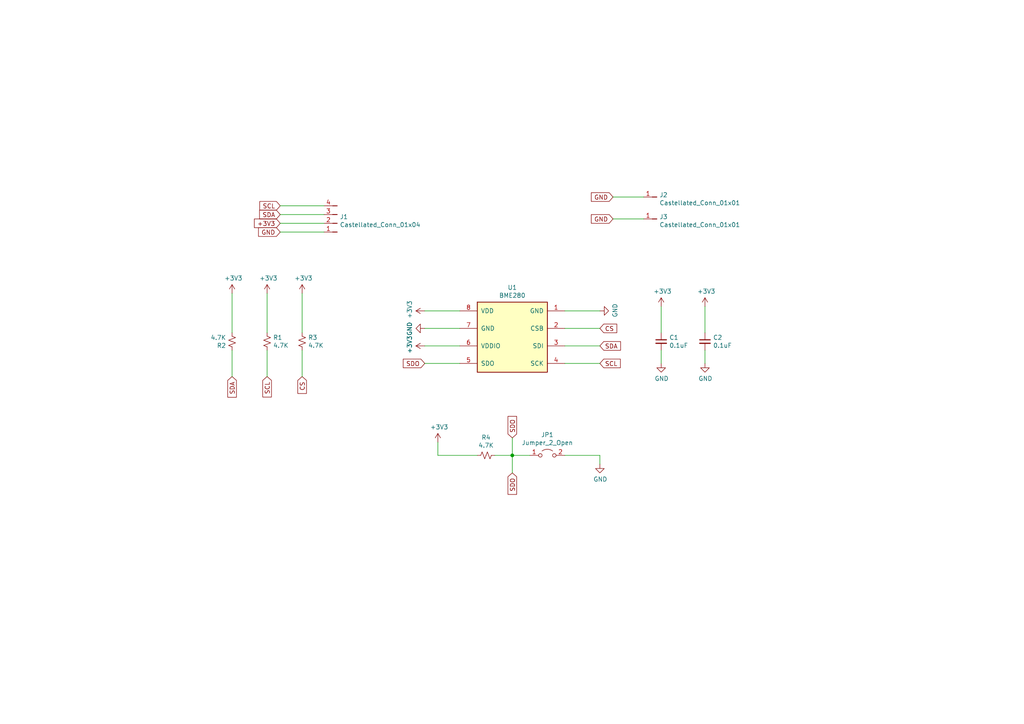
<source format=kicad_sch>
(kicad_sch (version 20211123) (generator eeschema)

  (uuid 1d81f9ac-4484-4ebf-83e8-7de0cb40f383)

  (paper "A4")

  (title_block
    (title "BME280 Breakout Board")
    (date "2021-10-10")
    (rev "03")
    (company "Destination SPACE Inc.")
    (comment 1 "Drawn by: Austin Gleydura")
    (comment 2 "Status: PROTOTYPE")
    (comment 3 "(c) Destination SPACE Inc. 2021")
    (comment 4 "Licensed under CERN OHLv2 - Permissive")
  )

  (lib_symbols
    (symbol "DS-connectors:Castellated_Conn_01x01" (pin_names (offset 1.016)) (in_bom yes) (on_board yes)
      (property "Reference" "J" (id 0) (at 0 0 0)
        (effects (font (size 1.27 1.27)))
      )
      (property "Value" "DS-connectors_Castellated_Conn_01x01" (id 1) (at 0 0 0)
        (effects (font (size 1.27 1.27)))
      )
      (property "Footprint" "" (id 2) (at 0 0 0)
        (effects (font (size 1.27 1.27)) hide)
      )
      (property "Datasheet" "" (id 3) (at 0 0 0)
        (effects (font (size 1.27 1.27)) hide)
      )
      (symbol "Castellated_Conn_01x01_1_1"
        (polyline
          (pts
            (xy 1.27 -3.81)
            (xy 0 -3.81)
          )
          (stroke (width 0.254) (type default) (color 0 0 0 0))
          (fill (type none))
        )
        (pin passive line (at 3.81 -3.81 180) (length 2.54)
          (name "~" (effects (font (size 1.27 1.27))))
          (number "1" (effects (font (size 1.27 1.27))))
        )
      )
    )
    (symbol "DS-connectors:Castellated_Conn_01x04" (pin_names (offset 1.016)) (in_bom yes) (on_board yes)
      (property "Reference" "J" (id 0) (at 0 0 0)
        (effects (font (size 1.27 1.27)))
      )
      (property "Value" "DS-connectors_Castellated_Conn_01x04" (id 1) (at 0 -11.43 0)
        (effects (font (size 1.27 1.27)))
      )
      (property "Footprint" "" (id 2) (at 0 0 0)
        (effects (font (size 1.27 1.27)) hide)
      )
      (property "Datasheet" "" (id 3) (at 0 0 0)
        (effects (font (size 1.27 1.27)) hide)
      )
      (symbol "Castellated_Conn_01x04_0_1"
        (polyline
          (pts
            (xy 1.27 -1.27)
            (xy 0 -1.27)
          )
          (stroke (width 0.254) (type default) (color 0 0 0 0))
          (fill (type none))
        )
      )
      (symbol "Castellated_Conn_01x04_1_1"
        (polyline
          (pts
            (xy 1.27 -8.89)
            (xy 0 -8.89)
          )
          (stroke (width 0.254) (type default) (color 0 0 0 0))
          (fill (type none))
        )
        (polyline
          (pts
            (xy 1.27 -6.35)
            (xy 0 -6.35)
          )
          (stroke (width 0.254) (type default) (color 0 0 0 0))
          (fill (type none))
        )
        (polyline
          (pts
            (xy 1.27 -3.81)
            (xy 0 -3.81)
          )
          (stroke (width 0.254) (type default) (color 0 0 0 0))
          (fill (type none))
        )
        (pin passive line (at 3.81 -1.27 180) (length 2.54)
          (name "~" (effects (font (size 1.27 1.27))))
          (number "1" (effects (font (size 1.27 1.27))))
        )
        (pin passive line (at 3.81 -3.81 180) (length 2.54)
          (name "~" (effects (font (size 1.27 1.27))))
          (number "2" (effects (font (size 1.27 1.27))))
        )
        (pin passive line (at 3.81 -6.35 180) (length 2.54)
          (name "~" (effects (font (size 1.27 1.27))))
          (number "3" (effects (font (size 1.27 1.27))))
        )
        (pin passive line (at 3.81 -8.89 180) (length 2.54)
          (name "~" (effects (font (size 1.27 1.27))))
          (number "4" (effects (font (size 1.27 1.27))))
        )
      )
    )
    (symbol "DS-sensors:BME280" (pin_names (offset 1.016)) (in_bom yes) (on_board yes)
      (property "Reference" "U" (id 0) (at 0 -22.86 0)
        (effects (font (size 1.27 1.27)))
      )
      (property "Value" "DS-sensors_BME280" (id 1) (at 0 0 0)
        (effects (font (size 1.27 1.27)))
      )
      (property "Footprint" "" (id 2) (at 0 -22.86 0)
        (effects (font (size 1.27 1.27)) hide)
      )
      (property "Datasheet" "" (id 3) (at 0 -22.86 0)
        (effects (font (size 1.27 1.27)) hide)
      )
      (symbol "BME280_1_1"
        (rectangle (start -10.16 -1.27) (end 10.16 -21.59)
          (stroke (width 0.254) (type default) (color 0 0 0 0))
          (fill (type background))
        )
        (pin power_in line (at 15.24 -3.81 180) (length 5.08)
          (name "GND" (effects (font (size 1.27 1.27))))
          (number "1" (effects (font (size 1.27 1.27))))
        )
        (pin input line (at 15.24 -8.89 180) (length 5.08)
          (name "CSB" (effects (font (size 1.27 1.27))))
          (number "2" (effects (font (size 1.27 1.27))))
        )
        (pin bidirectional line (at 15.24 -13.97 180) (length 5.08)
          (name "SDI" (effects (font (size 1.27 1.27))))
          (number "3" (effects (font (size 1.27 1.27))))
        )
        (pin input line (at 15.24 -19.05 180) (length 5.08)
          (name "SCK" (effects (font (size 1.27 1.27))))
          (number "4" (effects (font (size 1.27 1.27))))
        )
        (pin bidirectional line (at -15.24 -19.05 0) (length 5.08)
          (name "SDO" (effects (font (size 1.27 1.27))))
          (number "5" (effects (font (size 1.27 1.27))))
        )
        (pin power_in line (at -15.24 -13.97 0) (length 5.08)
          (name "VDDIO" (effects (font (size 1.27 1.27))))
          (number "6" (effects (font (size 1.27 1.27))))
        )
        (pin power_in line (at -15.24 -8.89 0) (length 5.08)
          (name "GND" (effects (font (size 1.27 1.27))))
          (number "7" (effects (font (size 1.27 1.27))))
        )
        (pin power_in line (at -15.24 -3.81 0) (length 5.08)
          (name "VDD" (effects (font (size 1.27 1.27))))
          (number "8" (effects (font (size 1.27 1.27))))
        )
      )
    )
    (symbol "Device:C_Small" (pin_numbers hide) (pin_names (offset 0.254) hide) (in_bom yes) (on_board yes)
      (property "Reference" "C" (id 0) (at 0.254 1.778 0)
        (effects (font (size 1.27 1.27)) (justify left))
      )
      (property "Value" "C_Small" (id 1) (at 0.254 -2.032 0)
        (effects (font (size 1.27 1.27)) (justify left))
      )
      (property "Footprint" "" (id 2) (at 0 0 0)
        (effects (font (size 1.27 1.27)) hide)
      )
      (property "Datasheet" "~" (id 3) (at 0 0 0)
        (effects (font (size 1.27 1.27)) hide)
      )
      (property "ki_keywords" "capacitor cap" (id 4) (at 0 0 0)
        (effects (font (size 1.27 1.27)) hide)
      )
      (property "ki_description" "Unpolarized capacitor, small symbol" (id 5) (at 0 0 0)
        (effects (font (size 1.27 1.27)) hide)
      )
      (property "ki_fp_filters" "C_*" (id 6) (at 0 0 0)
        (effects (font (size 1.27 1.27)) hide)
      )
      (symbol "C_Small_0_1"
        (polyline
          (pts
            (xy -1.524 -0.508)
            (xy 1.524 -0.508)
          )
          (stroke (width 0.3302) (type default) (color 0 0 0 0))
          (fill (type none))
        )
        (polyline
          (pts
            (xy -1.524 0.508)
            (xy 1.524 0.508)
          )
          (stroke (width 0.3048) (type default) (color 0 0 0 0))
          (fill (type none))
        )
      )
      (symbol "C_Small_1_1"
        (pin passive line (at 0 2.54 270) (length 2.032)
          (name "~" (effects (font (size 1.27 1.27))))
          (number "1" (effects (font (size 1.27 1.27))))
        )
        (pin passive line (at 0 -2.54 90) (length 2.032)
          (name "~" (effects (font (size 1.27 1.27))))
          (number "2" (effects (font (size 1.27 1.27))))
        )
      )
    )
    (symbol "Device:R_Small_US" (pin_numbers hide) (pin_names (offset 0.254) hide) (in_bom yes) (on_board yes)
      (property "Reference" "R" (id 0) (at 0.762 0.508 0)
        (effects (font (size 1.27 1.27)) (justify left))
      )
      (property "Value" "R_Small_US" (id 1) (at 0.762 -1.016 0)
        (effects (font (size 1.27 1.27)) (justify left))
      )
      (property "Footprint" "" (id 2) (at 0 0 0)
        (effects (font (size 1.27 1.27)) hide)
      )
      (property "Datasheet" "~" (id 3) (at 0 0 0)
        (effects (font (size 1.27 1.27)) hide)
      )
      (property "ki_keywords" "r resistor" (id 4) (at 0 0 0)
        (effects (font (size 1.27 1.27)) hide)
      )
      (property "ki_description" "Resistor, small US symbol" (id 5) (at 0 0 0)
        (effects (font (size 1.27 1.27)) hide)
      )
      (property "ki_fp_filters" "R_*" (id 6) (at 0 0 0)
        (effects (font (size 1.27 1.27)) hide)
      )
      (symbol "R_Small_US_1_1"
        (polyline
          (pts
            (xy 0 0)
            (xy 1.016 -0.381)
            (xy 0 -0.762)
            (xy -1.016 -1.143)
            (xy 0 -1.524)
          )
          (stroke (width 0) (type default) (color 0 0 0 0))
          (fill (type none))
        )
        (polyline
          (pts
            (xy 0 1.524)
            (xy 1.016 1.143)
            (xy 0 0.762)
            (xy -1.016 0.381)
            (xy 0 0)
          )
          (stroke (width 0) (type default) (color 0 0 0 0))
          (fill (type none))
        )
        (pin passive line (at 0 2.54 270) (length 1.016)
          (name "~" (effects (font (size 1.27 1.27))))
          (number "1" (effects (font (size 1.27 1.27))))
        )
        (pin passive line (at 0 -2.54 90) (length 1.016)
          (name "~" (effects (font (size 1.27 1.27))))
          (number "2" (effects (font (size 1.27 1.27))))
        )
      )
    )
    (symbol "Jumper:Jumper_2_Open" (pin_names (offset 0) hide) (in_bom yes) (on_board yes)
      (property "Reference" "JP" (id 0) (at 0 2.794 0)
        (effects (font (size 1.27 1.27)))
      )
      (property "Value" "Jumper_2_Open" (id 1) (at 0 -2.286 0)
        (effects (font (size 1.27 1.27)))
      )
      (property "Footprint" "" (id 2) (at 0 0 0)
        (effects (font (size 1.27 1.27)) hide)
      )
      (property "Datasheet" "~" (id 3) (at 0 0 0)
        (effects (font (size 1.27 1.27)) hide)
      )
      (property "ki_keywords" "Jumper SPST" (id 4) (at 0 0 0)
        (effects (font (size 1.27 1.27)) hide)
      )
      (property "ki_description" "Jumper, 2-pole, open" (id 5) (at 0 0 0)
        (effects (font (size 1.27 1.27)) hide)
      )
      (property "ki_fp_filters" "Jumper* TestPoint*2Pads* TestPoint*Bridge*" (id 6) (at 0 0 0)
        (effects (font (size 1.27 1.27)) hide)
      )
      (symbol "Jumper_2_Open_0_0"
        (circle (center -2.032 0) (radius 0.508)
          (stroke (width 0) (type default) (color 0 0 0 0))
          (fill (type none))
        )
        (circle (center 2.032 0) (radius 0.508)
          (stroke (width 0) (type default) (color 0 0 0 0))
          (fill (type none))
        )
      )
      (symbol "Jumper_2_Open_0_1"
        (arc (start 1.524 1.27) (mid 0 1.778) (end -1.524 1.27)
          (stroke (width 0) (type default) (color 0 0 0 0))
          (fill (type none))
        )
      )
      (symbol "Jumper_2_Open_1_1"
        (pin passive line (at -5.08 0 0) (length 2.54)
          (name "A" (effects (font (size 1.27 1.27))))
          (number "1" (effects (font (size 1.27 1.27))))
        )
        (pin passive line (at 5.08 0 180) (length 2.54)
          (name "B" (effects (font (size 1.27 1.27))))
          (number "2" (effects (font (size 1.27 1.27))))
        )
      )
    )
    (symbol "power:+3V3" (power) (pin_names (offset 0)) (in_bom yes) (on_board yes)
      (property "Reference" "#PWR" (id 0) (at 0 -3.81 0)
        (effects (font (size 1.27 1.27)) hide)
      )
      (property "Value" "+3V3" (id 1) (at 0 3.556 0)
        (effects (font (size 1.27 1.27)))
      )
      (property "Footprint" "" (id 2) (at 0 0 0)
        (effects (font (size 1.27 1.27)) hide)
      )
      (property "Datasheet" "" (id 3) (at 0 0 0)
        (effects (font (size 1.27 1.27)) hide)
      )
      (property "ki_keywords" "power-flag" (id 4) (at 0 0 0)
        (effects (font (size 1.27 1.27)) hide)
      )
      (property "ki_description" "Power symbol creates a global label with name \"+3V3\"" (id 5) (at 0 0 0)
        (effects (font (size 1.27 1.27)) hide)
      )
      (symbol "+3V3_0_1"
        (polyline
          (pts
            (xy -0.762 1.27)
            (xy 0 2.54)
          )
          (stroke (width 0) (type default) (color 0 0 0 0))
          (fill (type none))
        )
        (polyline
          (pts
            (xy 0 0)
            (xy 0 2.54)
          )
          (stroke (width 0) (type default) (color 0 0 0 0))
          (fill (type none))
        )
        (polyline
          (pts
            (xy 0 2.54)
            (xy 0.762 1.27)
          )
          (stroke (width 0) (type default) (color 0 0 0 0))
          (fill (type none))
        )
      )
      (symbol "+3V3_1_1"
        (pin power_in line (at 0 0 90) (length 0) hide
          (name "+3V3" (effects (font (size 1.27 1.27))))
          (number "1" (effects (font (size 1.27 1.27))))
        )
      )
    )
    (symbol "power:GND" (power) (pin_names (offset 0)) (in_bom yes) (on_board yes)
      (property "Reference" "#PWR" (id 0) (at 0 -6.35 0)
        (effects (font (size 1.27 1.27)) hide)
      )
      (property "Value" "GND" (id 1) (at 0 -3.81 0)
        (effects (font (size 1.27 1.27)))
      )
      (property "Footprint" "" (id 2) (at 0 0 0)
        (effects (font (size 1.27 1.27)) hide)
      )
      (property "Datasheet" "" (id 3) (at 0 0 0)
        (effects (font (size 1.27 1.27)) hide)
      )
      (property "ki_keywords" "power-flag" (id 4) (at 0 0 0)
        (effects (font (size 1.27 1.27)) hide)
      )
      (property "ki_description" "Power symbol creates a global label with name \"GND\" , ground" (id 5) (at 0 0 0)
        (effects (font (size 1.27 1.27)) hide)
      )
      (symbol "GND_0_1"
        (polyline
          (pts
            (xy 0 0)
            (xy 0 -1.27)
            (xy 1.27 -1.27)
            (xy 0 -2.54)
            (xy -1.27 -1.27)
            (xy 0 -1.27)
          )
          (stroke (width 0) (type default) (color 0 0 0 0))
          (fill (type none))
        )
      )
      (symbol "GND_1_1"
        (pin power_in line (at 0 0 270) (length 0) hide
          (name "GND" (effects (font (size 1.27 1.27))))
          (number "1" (effects (font (size 1.27 1.27))))
        )
      )
    )
  )

  (junction (at 148.59 132.08) (diameter 0) (color 0 0 0 0)
    (uuid 21c68380-a80d-4471-9923-d543922a628d)
  )

  (wire (pts (xy 87.63 96.52) (xy 87.63 85.09))
    (stroke (width 0) (type default) (color 0 0 0 0))
    (uuid 01549773-48fb-4bfa-b305-cbed8889ae52)
  )
  (wire (pts (xy 191.77 101.6) (xy 191.77 105.41))
    (stroke (width 0) (type default) (color 0 0 0 0))
    (uuid 07bf530b-109d-459c-8312-aa6a684aec40)
  )
  (wire (pts (xy 163.83 100.33) (xy 173.99 100.33))
    (stroke (width 0) (type default) (color 0 0 0 0))
    (uuid 1a146c4d-05da-4d1e-959a-bd8473893fc8)
  )
  (wire (pts (xy 81.28 64.77) (xy 93.98 64.77))
    (stroke (width 0) (type default) (color 0 0 0 0))
    (uuid 1c1e0d5c-830f-474f-a81a-b4415ae4489e)
  )
  (wire (pts (xy 77.47 109.22) (xy 77.47 101.6))
    (stroke (width 0) (type default) (color 0 0 0 0))
    (uuid 1f7b2375-f101-4156-b489-2943ece797e5)
  )
  (wire (pts (xy 133.35 100.33) (xy 123.19 100.33))
    (stroke (width 0) (type default) (color 0 0 0 0))
    (uuid 25329de1-aee4-4830-8b44-b75dc790f729)
  )
  (wire (pts (xy 143.51 132.08) (xy 148.59 132.08))
    (stroke (width 0) (type default) (color 0 0 0 0))
    (uuid 581e088f-6980-477d-ab85-536c5503921d)
  )
  (wire (pts (xy 191.77 88.9) (xy 191.77 96.52))
    (stroke (width 0) (type default) (color 0 0 0 0))
    (uuid 58d5b165-a92e-4dca-a3ea-68351d486a15)
  )
  (wire (pts (xy 93.98 67.31) (xy 81.28 67.31))
    (stroke (width 0) (type default) (color 0 0 0 0))
    (uuid 5e39346e-3acf-472d-807d-ec92c0da7e7b)
  )
  (wire (pts (xy 123.19 95.25) (xy 133.35 95.25))
    (stroke (width 0) (type default) (color 0 0 0 0))
    (uuid 602b80ee-ad01-4b4a-97f5-0544959c82f8)
  )
  (wire (pts (xy 133.35 105.41) (xy 123.19 105.41))
    (stroke (width 0) (type default) (color 0 0 0 0))
    (uuid 65d756c3-e7b8-456b-83b1-450148516ed5)
  )
  (wire (pts (xy 177.8 63.5) (xy 186.69 63.5))
    (stroke (width 0) (type default) (color 0 0 0 0))
    (uuid 66aa4bf5-28a5-45b7-95b2-d7b395d97e07)
  )
  (wire (pts (xy 67.31 109.22) (xy 67.31 101.6))
    (stroke (width 0) (type default) (color 0 0 0 0))
    (uuid 68551524-5d23-4a54-a0a7-07cbb43d361d)
  )
  (wire (pts (xy 163.83 90.17) (xy 173.99 90.17))
    (stroke (width 0) (type default) (color 0 0 0 0))
    (uuid 69bd3c7c-d522-496f-ae07-21a5db4716c0)
  )
  (wire (pts (xy 163.83 95.25) (xy 173.99 95.25))
    (stroke (width 0) (type default) (color 0 0 0 0))
    (uuid 6c5bb450-0eb6-447c-ac87-49487a6566e7)
  )
  (wire (pts (xy 81.28 59.69) (xy 93.98 59.69))
    (stroke (width 0) (type default) (color 0 0 0 0))
    (uuid 74371534-71b9-4b1f-a081-52e37c6987d6)
  )
  (wire (pts (xy 173.99 132.08) (xy 173.99 134.62))
    (stroke (width 0) (type default) (color 0 0 0 0))
    (uuid 8eda4182-2203-4858-a974-e2cf1e7c4518)
  )
  (wire (pts (xy 163.83 132.08) (xy 173.99 132.08))
    (stroke (width 0) (type default) (color 0 0 0 0))
    (uuid 96b8d77a-fc8b-47f4-8f22-b4fc49b5a4b6)
  )
  (wire (pts (xy 163.83 105.41) (xy 173.99 105.41))
    (stroke (width 0) (type default) (color 0 0 0 0))
    (uuid 9f2b95d8-1947-4c2e-a891-b114c1fbccf2)
  )
  (wire (pts (xy 186.69 57.15) (xy 177.8 57.15))
    (stroke (width 0) (type default) (color 0 0 0 0))
    (uuid a24ee06a-baf7-41f9-b68b-68d628a603ad)
  )
  (wire (pts (xy 127 132.08) (xy 138.43 132.08))
    (stroke (width 0) (type default) (color 0 0 0 0))
    (uuid a29381ec-3a8d-4a7d-a740-56218aa23ad7)
  )
  (wire (pts (xy 148.59 132.08) (xy 153.67 132.08))
    (stroke (width 0) (type default) (color 0 0 0 0))
    (uuid a613688b-af96-40f1-8cff-d00d11843502)
  )
  (wire (pts (xy 133.35 90.17) (xy 123.19 90.17))
    (stroke (width 0) (type default) (color 0 0 0 0))
    (uuid a65356e9-9331-42ca-aeed-939a5d0f58cf)
  )
  (wire (pts (xy 148.59 137.16) (xy 148.59 132.08))
    (stroke (width 0) (type default) (color 0 0 0 0))
    (uuid a9696e43-3f81-4aa9-901f-150c6a0da3d7)
  )
  (wire (pts (xy 127 128.27) (xy 127 132.08))
    (stroke (width 0) (type default) (color 0 0 0 0))
    (uuid a9cc9122-0c5d-492f-a732-d8fe9ef5c243)
  )
  (wire (pts (xy 93.98 62.23) (xy 81.28 62.23))
    (stroke (width 0) (type default) (color 0 0 0 0))
    (uuid ad82b839-ecb5-4e6f-81c5-adb6d2704a59)
  )
  (wire (pts (xy 77.47 96.52) (xy 77.47 85.09))
    (stroke (width 0) (type default) (color 0 0 0 0))
    (uuid aee9165e-6cb5-4bc0-b0f5-afe62af6760b)
  )
  (wire (pts (xy 204.47 101.6) (xy 204.47 105.41))
    (stroke (width 0) (type default) (color 0 0 0 0))
    (uuid d798ac97-4344-4dfa-8632-bb28b6283358)
  )
  (wire (pts (xy 87.63 109.22) (xy 87.63 101.6))
    (stroke (width 0) (type default) (color 0 0 0 0))
    (uuid de8a0f80-4694-4215-a4c7-c16e58e1df35)
  )
  (wire (pts (xy 148.59 127) (xy 148.59 132.08))
    (stroke (width 0) (type default) (color 0 0 0 0))
    (uuid dfc65c14-f0e2-400f-a000-10350ef61738)
  )
  (wire (pts (xy 67.31 96.52) (xy 67.31 85.09))
    (stroke (width 0) (type default) (color 0 0 0 0))
    (uuid e7eab457-4e1f-4163-9ff2-c4427bbb7b5b)
  )
  (wire (pts (xy 204.47 88.9) (xy 204.47 96.52))
    (stroke (width 0) (type default) (color 0 0 0 0))
    (uuid ecba0b1f-9751-4d4b-ad89-2b58f9d28710)
  )

  (global_label "SDA" (shape input) (at 173.99 100.33 0) (fields_autoplaced)
    (effects (font (size 1.27 1.27)) (justify left))
    (uuid 0661d9e7-9725-45e0-99b3-6e9764bee718)
    (property "Intersheet References" "${INTERSHEET_REFS}" (id 0) (at 0 0 0)
      (effects (font (size 1.27 1.27)) hide)
    )
  )
  (global_label "CS" (shape input) (at 87.63 109.22 270) (fields_autoplaced)
    (effects (font (size 1.27 1.27)) (justify right))
    (uuid 15dfcb76-4d82-4b3e-ae78-f2f0050e6210)
    (property "Intersheet References" "${INTERSHEET_REFS}" (id 0) (at 0 0 0)
      (effects (font (size 1.27 1.27)) hide)
    )
  )
  (global_label "SCL" (shape input) (at 81.28 59.69 180) (fields_autoplaced)
    (effects (font (size 1.27 1.27)) (justify right))
    (uuid 188c27d2-62ec-4a2c-a69b-eeb0928b4dd0)
    (property "Intersheet References" "${INTERSHEET_REFS}" (id 0) (at 0 0 0)
      (effects (font (size 1.27 1.27)) hide)
    )
  )
  (global_label "SDO" (shape input) (at 148.59 137.16 270) (fields_autoplaced)
    (effects (font (size 1.27 1.27)) (justify right))
    (uuid 193c1f83-d172-4fc4-8c9f-e569e47229fa)
    (property "Intersheet References" "${INTERSHEET_REFS}" (id 0) (at 0 0 0)
      (effects (font (size 1.27 1.27)) hide)
    )
  )
  (global_label "+3V3" (shape input) (at 81.28 64.77 180) (fields_autoplaced)
    (effects (font (size 1.27 1.27)) (justify right))
    (uuid 26d7aa2f-767c-4a84-8b03-f245a2ac4c80)
    (property "Intersheet References" "${INTERSHEET_REFS}" (id 0) (at 0 0 0)
      (effects (font (size 1.27 1.27)) hide)
    )
  )
  (global_label "CS" (shape input) (at 173.99 95.25 0) (fields_autoplaced)
    (effects (font (size 1.27 1.27)) (justify left))
    (uuid 27de6b27-0014-4408-81a9-25c2d6b88f2b)
    (property "Intersheet References" "${INTERSHEET_REFS}" (id 0) (at 0 0 0)
      (effects (font (size 1.27 1.27)) hide)
    )
  )
  (global_label "SDA" (shape input) (at 67.31 109.22 270) (fields_autoplaced)
    (effects (font (size 1.27 1.27)) (justify right))
    (uuid 2d425aaf-6786-4116-9798-40fb7ef65982)
    (property "Intersheet References" "${INTERSHEET_REFS}" (id 0) (at 0 0 0)
      (effects (font (size 1.27 1.27)) hide)
    )
  )
  (global_label "SCL" (shape input) (at 173.99 105.41 0) (fields_autoplaced)
    (effects (font (size 1.27 1.27)) (justify left))
    (uuid 4410c1ad-af6c-48e4-9848-1b1360883095)
    (property "Intersheet References" "${INTERSHEET_REFS}" (id 0) (at 0 0 0)
      (effects (font (size 1.27 1.27)) hide)
    )
  )
  (global_label "SDO" (shape input) (at 123.19 105.41 180) (fields_autoplaced)
    (effects (font (size 1.27 1.27)) (justify right))
    (uuid 65468f38-40df-4029-89c2-dcb526897328)
    (property "Intersheet References" "${INTERSHEET_REFS}" (id 0) (at 0 0 0)
      (effects (font (size 1.27 1.27)) hide)
    )
  )
  (global_label "SDA" (shape input) (at 81.28 62.23 180) (fields_autoplaced)
    (effects (font (size 1.27 1.27)) (justify right))
    (uuid 768d37e3-06f3-4226-8752-5d601d711246)
    (property "Intersheet References" "${INTERSHEET_REFS}" (id 0) (at 0 0 0)
      (effects (font (size 1.27 1.27)) hide)
    )
  )
  (global_label "GND" (shape input) (at 177.8 63.5 180) (fields_autoplaced)
    (effects (font (size 1.27 1.27)) (justify right))
    (uuid 818f73db-f10a-45b0-8d8f-84a22d1c7dc2)
    (property "Intersheet References" "${INTERSHEET_REFS}" (id 0) (at 0 0 0)
      (effects (font (size 1.27 1.27)) hide)
    )
  )
  (global_label "GND" (shape input) (at 81.28 67.31 180) (fields_autoplaced)
    (effects (font (size 1.27 1.27)) (justify right))
    (uuid 8ac6c044-1d65-4e53-98c3-3304aeb04370)
    (property "Intersheet References" "${INTERSHEET_REFS}" (id 0) (at 0 0 0)
      (effects (font (size 1.27 1.27)) hide)
    )
  )
  (global_label "GND" (shape input) (at 177.8 57.15 180) (fields_autoplaced)
    (effects (font (size 1.27 1.27)) (justify right))
    (uuid 96dcea8d-9504-492e-96eb-f530b38f3860)
    (property "Intersheet References" "${INTERSHEET_REFS}" (id 0) (at 0 0 0)
      (effects (font (size 1.27 1.27)) hide)
    )
  )
  (global_label "SDO" (shape input) (at 148.59 127 90) (fields_autoplaced)
    (effects (font (size 1.27 1.27)) (justify left))
    (uuid 9c18a65d-0f14-47ad-b910-ca7f2227d0e9)
    (property "Intersheet References" "${INTERSHEET_REFS}" (id 0) (at 0 0 0)
      (effects (font (size 1.27 1.27)) hide)
    )
  )
  (global_label "SCL" (shape input) (at 77.47 109.22 270) (fields_autoplaced)
    (effects (font (size 1.27 1.27)) (justify right))
    (uuid f7039b87-20a9-4aeb-a22d-eca63cdec9b4)
    (property "Intersheet References" "${INTERSHEET_REFS}" (id 0) (at 0 0 0)
      (effects (font (size 1.27 1.27)) hide)
    )
  )

  (symbol (lib_id "power:+3V3") (at 123.19 100.33 90) (unit 1)
    (in_bom yes) (on_board yes)
    (uuid 00000000-0000-0000-0000-0000613a47b3)
    (property "Reference" "#PWR0101" (id 0) (at 127 100.33 0)
      (effects (font (size 1.27 1.27)) hide)
    )
    (property "Value" "+3V3" (id 1) (at 118.7958 99.949 0))
    (property "Footprint" "" (id 2) (at 123.19 100.33 0)
      (effects (font (size 1.27 1.27)) hide)
    )
    (property "Datasheet" "" (id 3) (at 123.19 100.33 0)
      (effects (font (size 1.27 1.27)) hide)
    )
    (pin "1" (uuid 210013bf-6406-44cc-a685-766765aa871b))
  )

  (symbol (lib_id "power:GND") (at 123.19 95.25 270) (unit 1)
    (in_bom yes) (on_board yes)
    (uuid 00000000-0000-0000-0000-0000613a5b0e)
    (property "Reference" "#PWR0102" (id 0) (at 116.84 95.25 0)
      (effects (font (size 1.27 1.27)) hide)
    )
    (property "Value" "GND" (id 1) (at 118.7958 95.377 0))
    (property "Footprint" "" (id 2) (at 123.19 95.25 0)
      (effects (font (size 1.27 1.27)) hide)
    )
    (property "Datasheet" "" (id 3) (at 123.19 95.25 0)
      (effects (font (size 1.27 1.27)) hide)
    )
    (pin "1" (uuid b0d8fb83-15fd-49e3-ba05-dd9632967dd8))
  )

  (symbol (lib_id "Device:C_Small") (at 191.77 99.06 0) (unit 1)
    (in_bom yes) (on_board yes)
    (uuid 00000000-0000-0000-0000-0000613b23e2)
    (property "Reference" "C1" (id 0) (at 194.1068 97.8916 0)
      (effects (font (size 1.27 1.27)) (justify left))
    )
    (property "Value" "0.1uF" (id 1) (at 194.1068 100.203 0)
      (effects (font (size 1.27 1.27)) (justify left))
    )
    (property "Footprint" "Capacitor_SMD:C_0805_2012Metric" (id 2) (at 191.77 99.06 0)
      (effects (font (size 1.27 1.27)) hide)
    )
    (property "Datasheet" "~" (id 3) (at 191.77 99.06 0)
      (effects (font (size 1.27 1.27)) hide)
    )
    (pin "1" (uuid 5de4714b-ba2d-4187-bb1c-0c8fe246be5c))
    (pin "2" (uuid 6d3f8560-f792-46f2-8d92-a99a59b2b7ec))
  )

  (symbol (lib_id "power:+3V3") (at 191.77 88.9 0) (unit 1)
    (in_bom yes) (on_board yes)
    (uuid 00000000-0000-0000-0000-0000613b3c90)
    (property "Reference" "#PWR0105" (id 0) (at 191.77 92.71 0)
      (effects (font (size 1.27 1.27)) hide)
    )
    (property "Value" "+3V3" (id 1) (at 192.151 84.5058 0))
    (property "Footprint" "" (id 2) (at 191.77 88.9 0)
      (effects (font (size 1.27 1.27)) hide)
    )
    (property "Datasheet" "" (id 3) (at 191.77 88.9 0)
      (effects (font (size 1.27 1.27)) hide)
    )
    (pin "1" (uuid 8f78425c-ac3c-47dc-b959-24850d3cd97c))
  )

  (symbol (lib_id "power:GND") (at 191.77 105.41 0) (unit 1)
    (in_bom yes) (on_board yes)
    (uuid 00000000-0000-0000-0000-0000613b4b3b)
    (property "Reference" "#PWR0106" (id 0) (at 191.77 111.76 0)
      (effects (font (size 1.27 1.27)) hide)
    )
    (property "Value" "GND" (id 1) (at 191.897 109.8042 0))
    (property "Footprint" "" (id 2) (at 191.77 105.41 0)
      (effects (font (size 1.27 1.27)) hide)
    )
    (property "Datasheet" "" (id 3) (at 191.77 105.41 0)
      (effects (font (size 1.27 1.27)) hide)
    )
    (pin "1" (uuid f8d1576f-fc85-4227-a9f4-84cf671342d4))
  )

  (symbol (lib_id "power:GND") (at 204.47 105.41 0) (unit 1)
    (in_bom yes) (on_board yes)
    (uuid 00000000-0000-0000-0000-0000613b87e3)
    (property "Reference" "#PWR0107" (id 0) (at 204.47 111.76 0)
      (effects (font (size 1.27 1.27)) hide)
    )
    (property "Value" "GND" (id 1) (at 204.597 109.8042 0))
    (property "Footprint" "" (id 2) (at 204.47 105.41 0)
      (effects (font (size 1.27 1.27)) hide)
    )
    (property "Datasheet" "" (id 3) (at 204.47 105.41 0)
      (effects (font (size 1.27 1.27)) hide)
    )
    (pin "1" (uuid 863fdb68-0d3a-4401-99dd-29376f9c0229))
  )

  (symbol (lib_id "Device:C_Small") (at 204.47 99.06 0) (unit 1)
    (in_bom yes) (on_board yes)
    (uuid 00000000-0000-0000-0000-0000613b92b2)
    (property "Reference" "C2" (id 0) (at 206.8068 97.8916 0)
      (effects (font (size 1.27 1.27)) (justify left))
    )
    (property "Value" "0.1uF" (id 1) (at 206.8068 100.203 0)
      (effects (font (size 1.27 1.27)) (justify left))
    )
    (property "Footprint" "Capacitor_SMD:C_0805_2012Metric" (id 2) (at 204.47 99.06 0)
      (effects (font (size 1.27 1.27)) hide)
    )
    (property "Datasheet" "~" (id 3) (at 204.47 99.06 0)
      (effects (font (size 1.27 1.27)) hide)
    )
    (pin "1" (uuid e5d85871-9ee2-491a-bb59-a3242400eca4))
    (pin "2" (uuid 2b17e378-debe-440d-a3c6-cef2d419799d))
  )

  (symbol (lib_id "power:+3V3") (at 204.47 88.9 0) (unit 1)
    (in_bom yes) (on_board yes)
    (uuid 00000000-0000-0000-0000-0000613ba8f4)
    (property "Reference" "#PWR0108" (id 0) (at 204.47 92.71 0)
      (effects (font (size 1.27 1.27)) hide)
    )
    (property "Value" "+3V3" (id 1) (at 204.851 84.5058 0))
    (property "Footprint" "" (id 2) (at 204.47 88.9 0)
      (effects (font (size 1.27 1.27)) hide)
    )
    (property "Datasheet" "" (id 3) (at 204.47 88.9 0)
      (effects (font (size 1.27 1.27)) hide)
    )
    (pin "1" (uuid 5e7824a9-0072-4fb4-a97e-86401588ad3a))
  )

  (symbol (lib_id "Device:R_Small_US") (at 67.31 99.06 180) (unit 1)
    (in_bom yes) (on_board yes)
    (uuid 00000000-0000-0000-0000-0000613bda13)
    (property "Reference" "R2" (id 0) (at 65.5828 100.2284 0)
      (effects (font (size 1.27 1.27)) (justify left))
    )
    (property "Value" "4.7K" (id 1) (at 65.5828 97.917 0)
      (effects (font (size 1.27 1.27)) (justify left))
    )
    (property "Footprint" "Resistor_SMD:R_0805_2012Metric" (id 2) (at 67.31 99.06 0)
      (effects (font (size 1.27 1.27)) hide)
    )
    (property "Datasheet" "~" (id 3) (at 67.31 99.06 0)
      (effects (font (size 1.27 1.27)) hide)
    )
    (pin "1" (uuid 852f4f24-f0ec-4812-8953-10a1c9ba8b18))
    (pin "2" (uuid 2abbed5d-6a8a-4030-90b5-e8aedf5c430d))
  )

  (symbol (lib_id "Device:R_Small_US") (at 77.47 99.06 0) (unit 1)
    (in_bom yes) (on_board yes)
    (uuid 00000000-0000-0000-0000-0000613c31fc)
    (property "Reference" "R1" (id 0) (at 79.1972 97.8916 0)
      (effects (font (size 1.27 1.27)) (justify left))
    )
    (property "Value" "4.7K" (id 1) (at 79.1972 100.203 0)
      (effects (font (size 1.27 1.27)) (justify left))
    )
    (property "Footprint" "Resistor_SMD:R_0805_2012Metric" (id 2) (at 77.47 99.06 0)
      (effects (font (size 1.27 1.27)) hide)
    )
    (property "Datasheet" "~" (id 3) (at 77.47 99.06 0)
      (effects (font (size 1.27 1.27)) hide)
    )
    (pin "1" (uuid a8597f3c-d18d-40f3-a538-f1974a2d09bd))
    (pin "2" (uuid b8d2415c-f56e-4a89-978d-a2919d2209f5))
  )

  (symbol (lib_id "Device:R_Small_US") (at 87.63 99.06 0) (unit 1)
    (in_bom yes) (on_board yes)
    (uuid 00000000-0000-0000-0000-0000613c7c94)
    (property "Reference" "R3" (id 0) (at 89.3572 97.8916 0)
      (effects (font (size 1.27 1.27)) (justify left))
    )
    (property "Value" "4.7K" (id 1) (at 89.3572 100.203 0)
      (effects (font (size 1.27 1.27)) (justify left))
    )
    (property "Footprint" "Resistor_SMD:R_0805_2012Metric" (id 2) (at 87.63 99.06 0)
      (effects (font (size 1.27 1.27)) hide)
    )
    (property "Datasheet" "~" (id 3) (at 87.63 99.06 0)
      (effects (font (size 1.27 1.27)) hide)
    )
    (pin "1" (uuid 2f16b421-b77d-48e1-81b3-24b7ee54c5bd))
    (pin "2" (uuid fda6fba3-26de-4533-ab37-f87bb8ca8965))
  )

  (symbol (lib_id "power:+3V3") (at 87.63 85.09 0) (unit 1)
    (in_bom yes) (on_board yes)
    (uuid 00000000-0000-0000-0000-0000613c893f)
    (property "Reference" "#PWR0109" (id 0) (at 87.63 88.9 0)
      (effects (font (size 1.27 1.27)) hide)
    )
    (property "Value" "+3V3" (id 1) (at 88.011 80.6958 0))
    (property "Footprint" "" (id 2) (at 87.63 85.09 0)
      (effects (font (size 1.27 1.27)) hide)
    )
    (property "Datasheet" "" (id 3) (at 87.63 85.09 0)
      (effects (font (size 1.27 1.27)) hide)
    )
    (pin "1" (uuid 0cf035fe-7441-41a9-8ecd-8633f9511a86))
  )

  (symbol (lib_id "Jumper:Jumper_2_Open") (at 158.75 132.08 0) (unit 1)
    (in_bom yes) (on_board yes)
    (uuid 00000000-0000-0000-0000-0000613f37ae)
    (property "Reference" "JP1" (id 0) (at 158.75 126.111 0))
    (property "Value" "Jumper_2_Open" (id 1) (at 158.75 128.4224 0))
    (property "Footprint" "Jumper:SolderJumper-2_P1.3mm_Open_TrianglePad1.0x1.5mm" (id 2) (at 158.75 132.08 0)
      (effects (font (size 1.27 1.27)) hide)
    )
    (property "Datasheet" "~" (id 3) (at 158.75 132.08 0)
      (effects (font (size 1.27 1.27)) hide)
    )
    (pin "1" (uuid dee29706-d442-4ee4-95b9-3db6d1df4fb2))
    (pin "2" (uuid c4f0935d-2e39-4377-acd5-ce40dcae6269))
  )

  (symbol (lib_id "power:GND") (at 173.99 134.62 0) (unit 1)
    (in_bom yes) (on_board yes)
    (uuid 00000000-0000-0000-0000-0000613f4c06)
    (property "Reference" "#PWR0115" (id 0) (at 173.99 140.97 0)
      (effects (font (size 1.27 1.27)) hide)
    )
    (property "Value" "GND" (id 1) (at 174.117 139.0142 0))
    (property "Footprint" "" (id 2) (at 173.99 134.62 0)
      (effects (font (size 1.27 1.27)) hide)
    )
    (property "Datasheet" "" (id 3) (at 173.99 134.62 0)
      (effects (font (size 1.27 1.27)) hide)
    )
    (pin "1" (uuid 0bd23f7d-3ca1-42f0-9a3d-95ab3fd6f1e6))
  )

  (symbol (lib_id "Device:R_Small_US") (at 140.97 132.08 270) (unit 1)
    (in_bom yes) (on_board yes)
    (uuid 00000000-0000-0000-0000-0000613f6a0d)
    (property "Reference" "R4" (id 0) (at 140.97 126.873 90))
    (property "Value" "4.7K" (id 1) (at 140.97 129.1844 90))
    (property "Footprint" "Resistor_SMD:R_0805_2012Metric" (id 2) (at 140.97 132.08 0)
      (effects (font (size 1.27 1.27)) hide)
    )
    (property "Datasheet" "~" (id 3) (at 140.97 132.08 0)
      (effects (font (size 1.27 1.27)) hide)
    )
    (pin "1" (uuid 64828568-6688-4d85-9b20-ec10527ca0b2))
    (pin "2" (uuid eb64b7d2-d623-452c-9703-2bb0265ee337))
  )

  (symbol (lib_id "power:+3V3") (at 127 128.27 0) (unit 1)
    (in_bom yes) (on_board yes)
    (uuid 00000000-0000-0000-0000-0000613f85c5)
    (property "Reference" "#PWR0116" (id 0) (at 127 132.08 0)
      (effects (font (size 1.27 1.27)) hide)
    )
    (property "Value" "+3V3" (id 1) (at 127.381 123.8758 0))
    (property "Footprint" "" (id 2) (at 127 128.27 0)
      (effects (font (size 1.27 1.27)) hide)
    )
    (property "Datasheet" "" (id 3) (at 127 128.27 0)
      (effects (font (size 1.27 1.27)) hide)
    )
    (pin "1" (uuid a9cd3466-a93a-4adf-9635-7c95dccaeeec))
  )

  (symbol (lib_id "DS-sensors:BME280") (at 148.59 86.36 0) (unit 1)
    (in_bom yes) (on_board yes)
    (uuid 00000000-0000-0000-0000-000061417363)
    (property "Reference" "U1" (id 0) (at 148.59 83.3882 0))
    (property "Value" "BME280" (id 1) (at 148.59 85.6996 0))
    (property "Footprint" "DS-sensors:Bosch_LGA-8_2.5x2.5mm_P0.65mm_ClockwisePinNumbering" (id 2) (at 148.59 109.22 0)
      (effects (font (size 1.27 1.27)) hide)
    )
    (property "Datasheet" "" (id 3) (at 148.59 109.22 0)
      (effects (font (size 1.27 1.27)) hide)
    )
    (pin "1" (uuid 1af3783e-e102-490c-a8e7-60d5d6441913))
    (pin "2" (uuid 28bc7544-de38-440b-bcb9-9c5464212a88))
    (pin "3" (uuid 03fdbad5-3215-4e28-a41e-25abcf0c1d4d))
    (pin "4" (uuid f4af7cac-0297-411b-a037-c4c7f1bd858f))
    (pin "5" (uuid 9d0d6feb-48e3-4f5e-9be9-e92c030dfc9d))
    (pin "6" (uuid 3ee5e203-0a5e-4ba6-b209-3de0a6dc94f1))
    (pin "7" (uuid f6da9f85-7979-42da-8a43-09d39eb80f16))
    (pin "8" (uuid 98901507-a30f-46c5-82a1-b63397592c35))
  )

  (symbol (lib_id "power:+3V3") (at 123.19 90.17 90) (unit 1)
    (in_bom yes) (on_board yes)
    (uuid 00000000-0000-0000-0000-000061422ac4)
    (property "Reference" "#PWR0103" (id 0) (at 127 90.17 0)
      (effects (font (size 1.27 1.27)) hide)
    )
    (property "Value" "+3V3" (id 1) (at 118.7958 89.789 0))
    (property "Footprint" "" (id 2) (at 123.19 90.17 0)
      (effects (font (size 1.27 1.27)) hide)
    )
    (property "Datasheet" "" (id 3) (at 123.19 90.17 0)
      (effects (font (size 1.27 1.27)) hide)
    )
    (pin "1" (uuid f92f5543-6884-43ca-a733-80d8e8fb1514))
  )

  (symbol (lib_id "power:GND") (at 173.99 90.17 90) (unit 1)
    (in_bom yes) (on_board yes)
    (uuid 00000000-0000-0000-0000-000061425cdf)
    (property "Reference" "#PWR0104" (id 0) (at 180.34 90.17 0)
      (effects (font (size 1.27 1.27)) hide)
    )
    (property "Value" "GND" (id 1) (at 178.3842 90.043 0))
    (property "Footprint" "" (id 2) (at 173.99 90.17 0)
      (effects (font (size 1.27 1.27)) hide)
    )
    (property "Datasheet" "" (id 3) (at 173.99 90.17 0)
      (effects (font (size 1.27 1.27)) hide)
    )
    (pin "1" (uuid d98a7a63-9cfc-47c4-aebd-6845c13f71de))
  )

  (symbol (lib_id "DS-connectors:Castellated_Conn_01x04") (at 97.79 68.58 180) (unit 1)
    (in_bom yes) (on_board yes)
    (uuid 00000000-0000-0000-0000-000061534716)
    (property "Reference" "J1" (id 0) (at 98.552 62.8904 0)
      (effects (font (size 1.27 1.27)) (justify right))
    )
    (property "Value" "Castellated_Conn_01x04" (id 1) (at 98.552 65.2018 0)
      (effects (font (size 1.27 1.27)) (justify right))
    )
    (property "Footprint" "DS-connectors:Castellated_PinHeader_01x04_P2.54mm_Vertical" (id 2) (at 97.79 68.58 0)
      (effects (font (size 1.27 1.27)) hide)
    )
    (property "Datasheet" "" (id 3) (at 97.79 68.58 0)
      (effects (font (size 1.27 1.27)) hide)
    )
    (pin "1" (uuid 3484901f-24fc-4a2a-b0c6-49e8891a7f94))
    (pin "2" (uuid 49dcd950-fbab-4ac5-9a36-86d2c2a0259e))
    (pin "3" (uuid d33e2429-7ac7-4d11-b324-1cd81eedefa8))
    (pin "4" (uuid 84cce8d0-f83b-4f08-af4b-1d62af837a54))
  )

  (symbol (lib_id "power:+3V3") (at 77.47 85.09 0) (unit 1)
    (in_bom yes) (on_board yes)
    (uuid 00000000-0000-0000-0000-00006164bbf3)
    (property "Reference" "#PWR?" (id 0) (at 77.47 88.9 0)
      (effects (font (size 1.27 1.27)) hide)
    )
    (property "Value" "+3V3" (id 1) (at 77.851 80.6958 0))
    (property "Footprint" "" (id 2) (at 77.47 85.09 0)
      (effects (font (size 1.27 1.27)) hide)
    )
    (property "Datasheet" "" (id 3) (at 77.47 85.09 0)
      (effects (font (size 1.27 1.27)) hide)
    )
    (pin "1" (uuid 3f0a7db3-4919-4577-a870-bdb03581b3c1))
  )

  (symbol (lib_id "power:+3V3") (at 67.31 85.09 0) (unit 1)
    (in_bom yes) (on_board yes)
    (uuid 00000000-0000-0000-0000-00006164ca40)
    (property "Reference" "#PWR?" (id 0) (at 67.31 88.9 0)
      (effects (font (size 1.27 1.27)) hide)
    )
    (property "Value" "+3V3" (id 1) (at 67.691 80.6958 0))
    (property "Footprint" "" (id 2) (at 67.31 85.09 0)
      (effects (font (size 1.27 1.27)) hide)
    )
    (property "Datasheet" "" (id 3) (at 67.31 85.09 0)
      (effects (font (size 1.27 1.27)) hide)
    )
    (pin "1" (uuid 33256a6e-b053-471b-ac8e-081487946d0e))
  )

  (symbol (lib_id "DS-connectors:Castellated_Conn_01x01") (at 190.5 67.31 180) (unit 1)
    (in_bom yes) (on_board yes)
    (uuid 00000000-0000-0000-0000-0000616503f3)
    (property "Reference" "J3" (id 0) (at 191.262 62.8904 0)
      (effects (font (size 1.27 1.27)) (justify right))
    )
    (property "Value" "Castellated_Conn_01x01" (id 1) (at 191.262 65.2018 0)
      (effects (font (size 1.27 1.27)) (justify right))
    )
    (property "Footprint" "DS-connectors:Castellated_PinHeader_01x01_P2.54mm_Vertical" (id 2) (at 190.5 67.31 0)
      (effects (font (size 1.27 1.27)) hide)
    )
    (property "Datasheet" "" (id 3) (at 190.5 67.31 0)
      (effects (font (size 1.27 1.27)) hide)
    )
    (pin "1" (uuid 4efa0593-3f72-4cc8-9012-dc618da5c7b1))
  )

  (symbol (lib_id "DS-connectors:Castellated_Conn_01x01") (at 190.5 60.96 180) (unit 1)
    (in_bom yes) (on_board yes)
    (uuid 00000000-0000-0000-0000-00006165346a)
    (property "Reference" "J2" (id 0) (at 191.262 56.5404 0)
      (effects (font (size 1.27 1.27)) (justify right))
    )
    (property "Value" "Castellated_Conn_01x01" (id 1) (at 191.262 58.8518 0)
      (effects (font (size 1.27 1.27)) (justify right))
    )
    (property "Footprint" "DS-connectors:Castellated_PinHeader_01x01_P2.54mm_Vertical" (id 2) (at 190.5 60.96 0)
      (effects (font (size 1.27 1.27)) hide)
    )
    (property "Datasheet" "" (id 3) (at 190.5 60.96 0)
      (effects (font (size 1.27 1.27)) hide)
    )
    (pin "1" (uuid 72b8bd2c-7322-4211-94c6-b8b57c1ae45f))
  )

  (sheet_instances
    (path "/" (page "1"))
  )

  (symbol_instances
    (path "/00000000-0000-0000-0000-0000613a47b3"
      (reference "#PWR0101") (unit 1) (value "+3V3") (footprint "")
    )
    (path "/00000000-0000-0000-0000-0000613a5b0e"
      (reference "#PWR0102") (unit 1) (value "GND") (footprint "")
    )
    (path "/00000000-0000-0000-0000-000061422ac4"
      (reference "#PWR0103") (unit 1) (value "+3V3") (footprint "")
    )
    (path "/00000000-0000-0000-0000-000061425cdf"
      (reference "#PWR0104") (unit 1) (value "GND") (footprint "")
    )
    (path "/00000000-0000-0000-0000-0000613b3c90"
      (reference "#PWR0105") (unit 1) (value "+3V3") (footprint "")
    )
    (path "/00000000-0000-0000-0000-0000613b4b3b"
      (reference "#PWR0106") (unit 1) (value "GND") (footprint "")
    )
    (path "/00000000-0000-0000-0000-0000613b87e3"
      (reference "#PWR0107") (unit 1) (value "GND") (footprint "")
    )
    (path "/00000000-0000-0000-0000-0000613ba8f4"
      (reference "#PWR0108") (unit 1) (value "+3V3") (footprint "")
    )
    (path "/00000000-0000-0000-0000-0000613c893f"
      (reference "#PWR0109") (unit 1) (value "+3V3") (footprint "")
    )
    (path "/00000000-0000-0000-0000-0000613f4c06"
      (reference "#PWR0115") (unit 1) (value "GND") (footprint "")
    )
    (path "/00000000-0000-0000-0000-0000613f85c5"
      (reference "#PWR0116") (unit 1) (value "+3V3") (footprint "")
    )
    (path "/00000000-0000-0000-0000-00006164bbf3"
      (reference "#PWR?") (unit 1) (value "+3V3") (footprint "")
    )
    (path "/00000000-0000-0000-0000-00006164ca40"
      (reference "#PWR?") (unit 1) (value "+3V3") (footprint "")
    )
    (path "/00000000-0000-0000-0000-0000613b23e2"
      (reference "C1") (unit 1) (value "0.1uF") (footprint "Capacitor_SMD:C_0805_2012Metric")
    )
    (path "/00000000-0000-0000-0000-0000613b92b2"
      (reference "C2") (unit 1) (value "0.1uF") (footprint "Capacitor_SMD:C_0805_2012Metric")
    )
    (path "/00000000-0000-0000-0000-000061534716"
      (reference "J1") (unit 1) (value "Castellated_Conn_01x04") (footprint "DS-connectors:Castellated_PinHeader_01x04_P2.54mm_Vertical")
    )
    (path "/00000000-0000-0000-0000-00006165346a"
      (reference "J2") (unit 1) (value "Castellated_Conn_01x01") (footprint "DS-connectors:Castellated_PinHeader_01x01_P2.54mm_Vertical")
    )
    (path "/00000000-0000-0000-0000-0000616503f3"
      (reference "J3") (unit 1) (value "Castellated_Conn_01x01") (footprint "DS-connectors:Castellated_PinHeader_01x01_P2.54mm_Vertical")
    )
    (path "/00000000-0000-0000-0000-0000613f37ae"
      (reference "JP1") (unit 1) (value "Jumper_2_Open") (footprint "Jumper:SolderJumper-2_P1.3mm_Open_TrianglePad1.0x1.5mm")
    )
    (path "/00000000-0000-0000-0000-0000613c31fc"
      (reference "R1") (unit 1) (value "4.7K") (footprint "Resistor_SMD:R_0805_2012Metric")
    )
    (path "/00000000-0000-0000-0000-0000613bda13"
      (reference "R2") (unit 1) (value "4.7K") (footprint "Resistor_SMD:R_0805_2012Metric")
    )
    (path "/00000000-0000-0000-0000-0000613c7c94"
      (reference "R3") (unit 1) (value "4.7K") (footprint "Resistor_SMD:R_0805_2012Metric")
    )
    (path "/00000000-0000-0000-0000-0000613f6a0d"
      (reference "R4") (unit 1) (value "4.7K") (footprint "Resistor_SMD:R_0805_2012Metric")
    )
    (path "/00000000-0000-0000-0000-000061417363"
      (reference "U1") (unit 1) (value "BME280") (footprint "DS-sensors:Bosch_LGA-8_2.5x2.5mm_P0.65mm_ClockwisePinNumbering")
    )
  )
)

</source>
